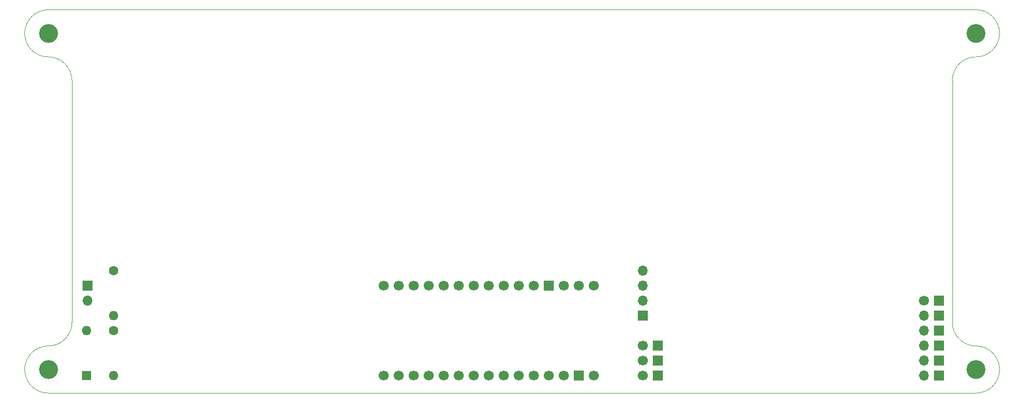
<source format=gbr>
G04 #@! TF.GenerationSoftware,KiCad,Pcbnew,(5.0.0-rc2-63-gd4393b281)*
G04 #@! TF.CreationDate,2018-06-03T20:37:34+01:00*
G04 #@! TF.ProjectId,wizardview-v1,77697A617264766965772D76312E6B69,rev?*
G04 #@! TF.SameCoordinates,Original*
G04 #@! TF.FileFunction,Soldermask,Bot*
G04 #@! TF.FilePolarity,Negative*
%FSLAX46Y46*%
G04 Gerber Fmt 4.6, Leading zero omitted, Abs format (unit mm)*
G04 Created by KiCad (PCBNEW (5.0.0-rc2-63-gd4393b281)) date 06/03/18 20:37:34*
%MOMM*%
%LPD*%
G01*
G04 APERTURE LIST*
%ADD10C,0.100000*%
%ADD11C,1.700000*%
%ADD12R,1.700000X1.700000*%
%ADD13O,1.600000X1.600000*%
%ADD14C,1.600000*%
%ADD15O,1.700000X1.700000*%
%ADD16R,1.600000X1.600000*%
%ADD17C,3.200000*%
G04 APERTURE END LIST*
D10*
X41000000Y-37000000D02*
X198000000Y-37000000D01*
X198000000Y-102000000D02*
X41000000Y-102000000D01*
X194000000Y-90000000D02*
X194000000Y-49000000D01*
X198000000Y-94000000D02*
G75*
G02X194000000Y-90000000I0J4000000D01*
G01*
X202000000Y-98000000D02*
G75*
G02X198000000Y-102000000I-4000000J0D01*
G01*
X198000000Y-94000000D02*
G75*
G02X202000000Y-98000000I0J-4000000D01*
G01*
X194000000Y-49000000D02*
G75*
G02X198000000Y-45000000I4000000J0D01*
G01*
X202000000Y-41000000D02*
G75*
G02X198000000Y-45000000I-4000000J0D01*
G01*
X198000000Y-37000000D02*
G75*
G02X202000000Y-41000000I0J-4000000D01*
G01*
X45000000Y-49000000D02*
X45000000Y-90000000D01*
X41000000Y-45000000D02*
G75*
G02X45000000Y-49000000I0J-4000000D01*
G01*
X37000000Y-41000000D02*
G75*
G02X41000000Y-37000000I4000000J0D01*
G01*
X41000000Y-45000000D02*
G75*
G02X37000000Y-41000000I0J4000000D01*
G01*
X45000000Y-90000000D02*
G75*
G02X41000000Y-94000000I-4000000J0D01*
G01*
X37000000Y-98000000D02*
G75*
G02X41000000Y-94000000I4000000J0D01*
G01*
X41000000Y-102000000D02*
G75*
G02X37000000Y-98000000I0J4000000D01*
G01*
D11*
G04 #@! TO.C,U3*
X97790000Y-99060000D03*
X100330000Y-99060000D03*
X102870000Y-99060000D03*
X105410000Y-99060000D03*
X107950000Y-99060000D03*
X110490000Y-99060000D03*
X113030000Y-99060000D03*
X115570000Y-99060000D03*
X118110000Y-99060000D03*
X120650000Y-99060000D03*
X123190000Y-99060000D03*
X125730000Y-99060000D03*
X128270000Y-99060000D03*
D12*
X130810000Y-99060000D03*
D11*
X133350000Y-99060000D03*
X97790000Y-83820000D03*
X100330000Y-83820000D03*
X102870000Y-83820000D03*
X105410000Y-83820000D03*
X107950000Y-83820000D03*
X110490000Y-83820000D03*
X113030000Y-83820000D03*
X115570000Y-83820000D03*
X118110000Y-83820000D03*
X120650000Y-83820000D03*
X123190000Y-83820000D03*
D12*
X125730000Y-83820000D03*
D11*
X128270000Y-83820000D03*
X130810000Y-83820000D03*
X133350000Y-83820000D03*
G04 #@! TD*
D13*
G04 #@! TO.C,R2*
X52070000Y-88900000D03*
D14*
X52070000Y-81280000D03*
G04 #@! TD*
D15*
G04 #@! TO.C,J1*
X47625000Y-86360000D03*
D12*
X47625000Y-83820000D03*
G04 #@! TD*
D13*
G04 #@! TO.C,R1*
X52070000Y-99060000D03*
D14*
X52070000Y-91440000D03*
G04 #@! TD*
D13*
G04 #@! TO.C,D1*
X47508686Y-91440000D03*
D16*
X47508686Y-99060000D03*
G04 #@! TD*
D15*
G04 #@! TO.C,OLED1*
X141605000Y-81280000D03*
X141605000Y-83820000D03*
X141605000Y-86360000D03*
D12*
X141605000Y-88900000D03*
G04 #@! TD*
G04 #@! TO.C,J2*
X191770000Y-99060000D03*
D15*
X189230000Y-99060000D03*
D12*
X191770000Y-96520000D03*
D15*
X189230000Y-96520000D03*
D12*
X191770000Y-93980000D03*
D15*
X189230000Y-93980000D03*
D12*
X191770000Y-91440000D03*
D15*
X189230000Y-91440000D03*
D12*
X191770000Y-88900000D03*
D15*
X189230000Y-88900000D03*
D12*
X191770000Y-86360000D03*
D11*
X189230000Y-86360000D03*
G04 #@! TD*
D17*
G04 #@! TO.C,REF\002A\002A*
X198000000Y-98000000D03*
G04 #@! TD*
G04 #@! TO.C,REF\002A\002A*
X198000000Y-41000000D03*
G04 #@! TD*
G04 #@! TO.C,REF\002A\002A*
X41000000Y-98000000D03*
G04 #@! TD*
G04 #@! TO.C,REF\002A\002A*
X41000000Y-41000000D03*
G04 #@! TD*
D11*
G04 #@! TO.C,J3*
X141605000Y-93980000D03*
D12*
X144145000Y-93980000D03*
D11*
X141605000Y-96520000D03*
D12*
X144145000Y-96520000D03*
D11*
X141605000Y-99060000D03*
D12*
X144145000Y-99060000D03*
G04 #@! TD*
M02*

</source>
